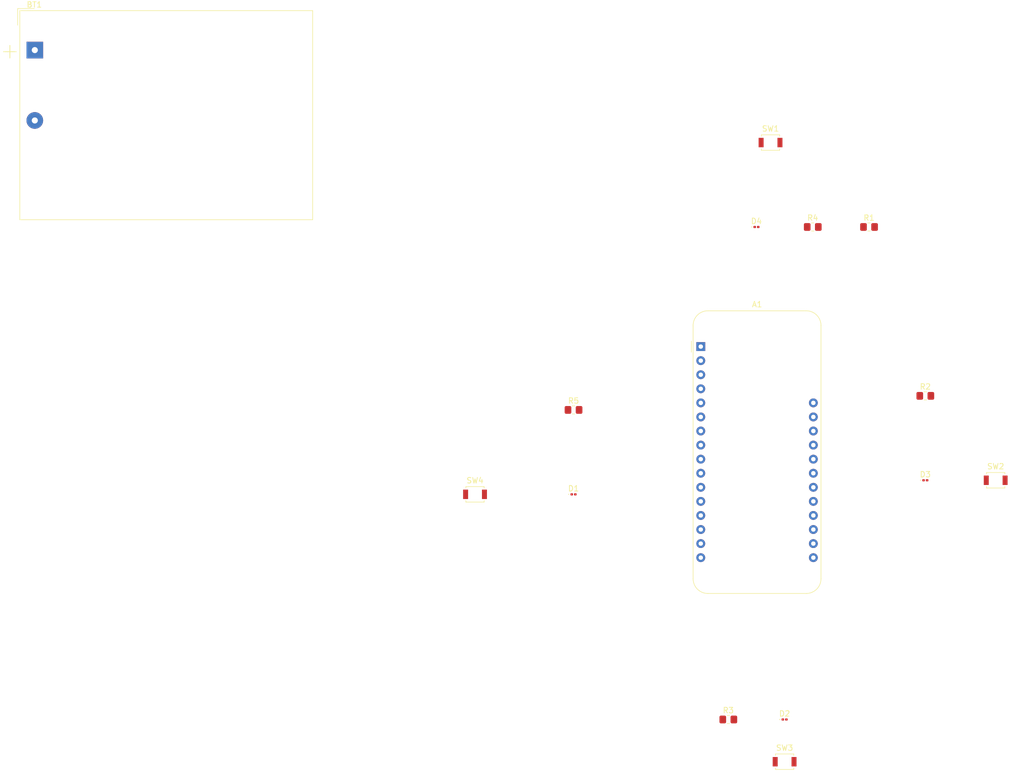
<source format=kicad_pcb>
(kicad_pcb (version 20211014) (generator pcbnew)
  (layers (0 "F.Cu" signal) (31 "B.Cu" signal) (34 "B.Paste" user) (35 "F.Paste" user) (36 "B.SilkS" user "B.Silkscreen") (37 "F.SilkS" user "F.Silkscreen") (38 "B.Mask" user) (39 "F.Mask" user) (44 "Edge.Cuts" user))
  (net 0 "")
  (net 11 "Net-(A1-Pad6)")
  (net 27 "Net-(A1-Pad18)")
  (net 28 "Net-(A1-Pad17)")
  (net 31 "Net-(D1-Pad1)")
  (net 33 "Net-(D2-Pad1)")
  (net 34 "Net-(D3-Pad1)")
  (net 35 "Net-(D4-Pad1)")
  (net 37 "Net-(R1-Pad2)")
  (footprint "Resistor_SMD:R_0805_2012Metric_Pad1.20x1.40mm_HandSolder" (layer "F.Cu") (at 121.92 91.44)
    (fp_text reference "R5" (at 0 -1.65) (layer "F.SilkS"))
    (fp_text value "68")
    (fp_line (start -0.227064 -0.735) (end 0.227064 -0.735) (layer "F.SilkS") (width 0.12))
    (fp_line (start -0.227064 0.735) (end 0.227064 0.735) (layer "F.SilkS") (width 0.12))
    (pad "1" smd roundrect locked (at -1 0) (size 1.2 1.4) (layers "F.Cu" "F.Paste" "F.Mask") (roundrect_rratio 0.208333))
    (pad "2" smd roundrect locked (at 1 0) (size 1.2 1.4) (layers "F.Cu" "F.Paste" "F.Mask") (roundrect_rratio 0.208333) (net 31 "Net-(D1-Pad1)"))
  )
  (footprint "LED_SMD:LED_0201_0603Metric" (layer "F.Cu") (at 121.92 106.68)
    (fp_text reference "D1" (at 0 -1.05) (layer "F.SilkS"))
    (fp_text value "Yellow_LED")
    (fp_circle (center -0.86 0) (end -0.81 0) (layer "F.SilkS") (width 0.1) (fill none))
    (pad "1" smd roundrect locked (at -0.32 0) (size 0.46 0.4) (layers "F.Cu" "F.Mask") (net 31 "Net-(D1-Pad1)"))
    (pad "2" smd roundrect locked (at 0.32 0) (size 0.46 0.4) (layers "F.Cu" "F.Mask"))
  )
  (footprint "Button_Switch_SMD:SW_SPST_B3U-1000P" (layer "F.Cu") (at 157.48 43.18)
    (fp_text reference "SW1" (at 0 -2.5) (layer "F.SilkS"))
    (fp_text value "SW_Push_Blue")
    (fp_line (start -1.65 -1.4) (end 1.65 -1.4) (layer "F.SilkS") (width 0.12))
    (fp_line (start 1.65 1.4) (end 1.65 1.1) (layer "F.SilkS") (width 0.12))
    (fp_line (start 1.65 -1.4) (end 1.65 -1.1) (layer "F.SilkS") (width 0.12))
    (fp_line (start -1.65 1.4) (end 1.65 1.4) (layer "F.SilkS") (width 0.12))
    (fp_line (start -1.65 1.1) (end -1.65 1.4) (layer "F.SilkS") (width 0.12))
    (fp_line (start -1.65 -1.1) (end -1.65 -1.4) (layer "F.SilkS") (width 0.12))
    (pad "1" smd rect locked (at -1.7 0) (size 0.9 1.7) (layers "F.Cu" "F.Paste" "F.Mask"))
    (pad "2" smd rect locked (at 1.7 0) (size 0.9 1.7) (layers "F.Cu" "F.Paste" "F.Mask"))
  )
  (footprint "Resistor_SMD:R_0805_2012Metric_Pad1.20x1.40mm_HandSolder" (layer "F.Cu") (at 165.1 58.42)
    (fp_text reference "R4" (at 0 -1.65) (layer "F.SilkS"))
    (fp_text value "6.8")
    (fp_line (start -0.227064 0.735) (end 0.227064 0.735) (layer "F.SilkS") (width 0.12))
    (fp_line (start -0.227064 -0.735) (end 0.227064 -0.735) (layer "F.SilkS") (width 0.12))
    (pad "1" smd roundrect locked (at -1 0) (size 1.2 1.4) (layers "F.Cu" "F.Paste" "F.Mask") (roundrect_rratio 0.208333) (net 37 "Net-(R1-Pad2)"))
    (pad "2" smd roundrect locked (at 1 0) (size 1.2 1.4) (layers "F.Cu" "F.Paste" "F.Mask") (roundrect_rratio 0.208333) (net 35 "Net-(D4-Pad1)"))
  )
  (footprint "Module:Adafruit_Feather" (layer "F.Cu") (at 144.8875 80.01)
    (fp_text reference "A1" (at 10.16 -7.62) (layer "F.SilkS"))
    (fp_text value "Adafruit_Feather_HUZZAH32_ESP32")
    (fp_line (start 19.05 44.56) (end 1.27 44.56) (layer "F.SilkS") (width 0.12))
    (fp_line (start 19.05 -6.46) (end 1.27 -6.46) (layer "F.SilkS") (width 0.12))
    (fp_line (start -1.7 1) (end -1.7 -1) (layer "F.SilkS") (width 0.12))
    (fp_line (start 21.7 -3.81) (end 21.7 41.91) (layer "F.SilkS") (width 0.12))
    (fp_line (start -1.38 -3.81) (end -1.38 41.91) (layer "F.SilkS") (width 0.12))
    (fp_arc (start -1.38 -3.81) (mid -0.603833 -5.683833) (end 1.27 -6.46) (layer "F.SilkS") (width 0.12))
    (fp_arc (start 21.7 41.91) (mid 20.923833 43.783833) (end 19.05 44.56) (layer "F.SilkS") (width 0.12))
    (fp_arc (start 19.05 -6.46) (mid 20.923833 -5.683833) (end 21.7 -3.81) (layer "F.SilkS") (width 0.12))
    (fp_arc (start 1.27 44.56) (mid -0.603833 43.783833) (end -1.38 41.91) (layer "F.SilkS") (width 0.12))
    (pad "1" thru_hole rect locked (at 0 0 180) (size 1.6 1.6) (drill 0.8) (layers *.Cu *.Mask))
    (pad "2" thru_hole circle locked (at 0 2.54 180) (size 1.6 1.6) (drill 0.8) (layers *.Cu *.Mask))
    (pad "3" thru_hole circle locked (at 0 5.08 180) (size 1.6 1.6) (drill 0.8) (layers *.Cu *.Mask))
    (pad "4" thru_hole circle locked (at 0 7.62 180) (size 1.6 1.6) (drill 0.8) (layers *.Cu *.Mask))
    (pad "5" thru_hole circle locked (at 0 10.16 180) (size 1.6 1.6) (drill 0.8) (layers *.Cu *.Mask))
    (pad "6" thru_hole circle locked (at 0 12.7 180) (size 1.6 1.6) (drill 0.8) (layers *.Cu *.Mask) (net 11 "Net-(A1-Pad6)"))
    (pad "7" thru_hole circle locked (at 0 15.24 180) (size 1.6 1.6) (drill 0.8) (layers *.Cu *.Mask))
    (pad "8" thru_hole circle locked (at 0 17.78 180) (size 1.6 1.6) (drill 0.8) (layers *.Cu *.Mask))
    (pad "9" thru_hole circle locked (at 0 20.32 180) (size 1.6 1.6) (drill 0.8) (layers *.Cu *.Mask))
    (pad "10" thru_hole circle locked (at 0 22.86 180) (size 1.6 1.6) (drill 0.8) (layers *.Cu *.Mask))
    (pad "11" thru_hole circle locked (at 0 25.4 180) (size 1.6 1.6) (drill 0.8) (layers *.Cu *.Mask))
    (pad "12" thru_hole circle locked (at 0 27.94 180) (size 1.6 1.6) (drill 0.8) (layers *.Cu *.Mask))
    (pad "13" thru_hole circle locked (at 0 30.48 180) (size 1.6 1.6) (drill 0.8) (layers *.Cu *.Mask))
    (pad "14" thru_hole circle locked (at 0 33.02 180) (size 1.6 1.6) (drill 0.8) (layers *.Cu *.Mask))
    (pad "15" thru_hole circle locked (at 0 35.56 180) (size 1.6 1.6) (drill 0.8) (layers *.Cu *.Mask))
    (pad "16" thru_hole circle locked (at 0 38.1 180) (size 1.6 1.6) (drill 0.8) (layers *.Cu *.Mask))
    (pad "17" thru_hole circle locked (at 20.32 38.1 180) (size 1.6 1.6) (drill 0.8) (layers *.Cu *.Mask) (net 28 "Net-(A1-Pad17)"))
    (pad "18" thru_hole circle locked (at 20.32 35.56 180) (size 1.6 1.6) (drill 0.8) (layers *.Cu *.Mask) (net 27 "Net-(A1-Pad18)"))
    (pad "19" thru_hole circle locked (at 20.32 33.02 180) (size 1.6 1.6) (drill 0.8) (layers *.Cu *.Mask))
    (pad "20" thru_hole circle locked (at 20.32 30.48 180) (size 1.6 1.6) (drill 0.8) (layers *.Cu *.Mask))
    (pad "21" thru_hole circle locked (at 20.32 27.94 180) (size 1.6 1.6) (drill 0.8) (layers *.Cu *.Mask))
    (pad "22" thru_hole circle locked (at 20.32 25.4 180) (size 1.6 1.6) (drill 0.8) (layers *.Cu *.Mask))
    (pad "23" thru_hole circle locked (at 20.32 22.86 180) (size 1.6 1.6) (drill 0.8) (layers *.Cu *.Mask))
    (pad "24" thru_hole circle locked (at 20.32 20.32 180) (size 1.6 1.6) (drill 0.8) (layers *.Cu *.Mask))
    (pad "25" thru_hole circle locked (at 20.32 17.78 180) (size 1.6 1.6) (drill 0.8) (layers *.Cu *.Mask))
    (pad "26" thru_hole circle locked (at 20.32 15.24 180) (size 1.6 1.6) (drill 0.8) (layers *.Cu *.Mask))
    (pad "27" thru_hole circle locked (at 20.32 12.7 180) (size 1.6 1.6) (drill 0.8) (layers *.Cu *.Mask))
    (pad "28" thru_hole circle locked (at 20.32 10.16 180) (size 1.6 1.6) (drill 0.8) (layers *.Cu *.Mask))
  )
  (footprint "Button_Switch_SMD:SW_SPST_B3U-1000P" (layer "F.Cu") (at 198.12 104.14)
    (fp_text reference "SW2" (at 0 -2.5) (layer "F.SilkS"))
    (fp_text value "SW_Push_Red")
    (fp_line (start 1.65 1.4) (end 1.65 1.1) (layer "F.SilkS") (width 0.12))
    (fp_line (start -1.65 1.1) (end -1.65 1.4) (layer "F.SilkS") (width 0.12))
    (fp_line (start 1.65 -1.4) (end 1.65 -1.1) (layer "F.SilkS") (width 0.12))
    (fp_line (start -1.65 -1.1) (end -1.65 -1.4) (layer "F.SilkS") (width 0.12))
    (fp_line (start -1.65 1.4) (end 1.65 1.4) (layer "F.SilkS") (width 0.12))
    (fp_line (start -1.65 -1.4) (end 1.65 -1.4) (layer "F.SilkS") (width 0.12))
    (pad "1" smd rect locked (at -1.7 0) (size 0.9 1.7) (layers "F.Cu" "F.Paste" "F.Mask"))
    (pad "2" smd rect locked (at 1.7 0) (size 0.9 1.7) (layers "F.Cu" "F.Paste" "F.Mask"))
  )
  (footprint "Resistor_SMD:R_0805_2012Metric_Pad1.20x1.40mm_HandSolder" (layer "F.Cu") (at 149.86 147.32)
    (fp_text reference "R3" (at 0 -1.65) (layer "F.SilkS"))
    (fp_text value "68")
    (fp_line (start -0.227064 -0.735) (end 0.227064 -0.735) (layer "F.SilkS") (width 0.12))
    (fp_line (start -0.227064 0.735) (end 0.227064 0.735) (layer "F.SilkS") (width 0.12))
    (pad "1" smd roundrect locked (at -1 0) (size 1.2 1.4) (layers "F.Cu" "F.Paste" "F.Mask") (roundrect_rratio 0.208333))
    (pad "2" smd roundrect locked (at 1 0) (size 1.2 1.4) (layers "F.Cu" "F.Paste" "F.Mask") (roundrect_rratio 0.208333) (net 33 "Net-(D2-Pad1)"))
  )
  (footprint "Button_Switch_SMD:SW_SPST_B3U-1000P" (layer "F.Cu") (at 104.14 106.68)
    (fp_text reference "SW4" (at 0 -2.5) (layer "F.SilkS"))
    (fp_text value "SW_Push_Yellow")
    (fp_line (start -1.65 -1.4) (end 1.65 -1.4) (layer "F.SilkS") (width 0.12))
    (fp_line (start -1.65 1.4) (end 1.65 1.4) (layer "F.SilkS") (width 0.12))
    (fp_line (start -1.65 1.1) (end -1.65 1.4) (layer "F.SilkS") (width 0.12))
    (fp_line (start -1.65 -1.1) (end -1.65 -1.4) (layer "F.SilkS") (width 0.12))
    (fp_line (start 1.65 1.4) (end 1.65 1.1) (layer "F.SilkS") (width 0.12))
    (fp_line (start 1.65 -1.4) (end 1.65 -1.1) (layer "F.SilkS") (width 0.12))
    (pad "1" smd rect locked (at -1.7 0) (size 0.9 1.7) (layers "F.Cu" "F.Paste" "F.Mask"))
    (pad "2" smd rect locked (at 1.7 0) (size 0.9 1.7) (layers "F.Cu" "F.Paste" "F.Mask"))
  )
  (footprint "LED_SMD:LED_0201_0603Metric" (layer "F.Cu") (at 154.94 58.42)
    (fp_text reference "D4" (at 0 -1.05) (layer "F.SilkS"))
    (fp_text value "Blue_LED")
    (fp_circle (center -0.86 0) (end -0.81 0) (layer "F.SilkS") (width 0.1) (fill none))
    (pad "1" smd roundrect locked (at -0.32 0) (size 0.46 0.4) (layers "F.Cu" "F.Mask") (net 35 "Net-(D4-Pad1)"))
    (pad "2" smd roundrect locked (at 0.32 0) (size 0.46 0.4) (layers "F.Cu" "F.Mask") (net 11 "Net-(A1-Pad6)"))
  )
  (footprint "LED_SMD:LED_0201_0603Metric" (layer "F.Cu") (at 160.02 147.32)
    (fp_text reference "D2" (at 0 -1.05) (layer "F.SilkS"))
    (fp_text value "Orange_LED")
    (fp_circle (center -0.86 0) (end -0.81 0) (layer "F.SilkS") (width 0.1) (fill none))
    (pad "1" smd roundrect locked (at -0.32 0) (size 0.46 0.4) (layers "F.Cu" "F.Mask") (net 33 "Net-(D2-Pad1)"))
    (pad "2" smd roundrect locked (at 0.32 0) (size 0.46 0.4) (layers "F.Cu" "F.Mask") (net 28 "Net-(A1-Pad17)"))
  )
  (footprint "Button_Switch_SMD:SW_SPST_B3U-1000P" (layer "F.Cu") (at 160.02 154.94)
    (fp_text reference "SW3" (at 0 -2.5) (layer "F.SilkS"))
    (fp_text value "SW_Push_Orange")
    (fp_line (start -1.65 -1.4) (end 1.65 -1.4) (layer "F.SilkS") (width 0.12))
    (fp_line (start -1.65 -1.1) (end -1.65 -1.4) (layer "F.SilkS") (width 0.12))
    (fp_line (start 1.65 -1.4) (end 1.65 -1.1) (layer "F.SilkS") (width 0.12))
    (fp_line (start -1.65 1.1) (end -1.65 1.4) (layer "F.SilkS") (width 0.12))
    (fp_line (start -1.65 1.4) (end 1.65 1.4) (layer "F.SilkS") (width 0.12))
    (fp_line (start 1.65 1.4) (end 1.65 1.1) (layer "F.SilkS") (width 0.12))
    (pad "1" smd rect locked (at -1.7 0) (size 0.9 1.7) (layers "F.Cu" "F.Paste" "F.Mask"))
    (pad "2" smd rect locked (at 1.7 0) (size 0.9 1.7) (layers "F.Cu" "F.Paste" "F.Mask"))
  )
  (footprint "Resistor_SMD:R_0805_2012Metric_Pad1.20x1.40mm_HandSolder" (layer "F.Cu") (at 175.26 58.42)
    (fp_text reference "R1" (at 0 -1.65) (layer "F.SilkS"))
    (fp_text value "6.8")
    (fp_line (start -0.227064 0.735) (end 0.227064 0.735) (layer "F.SilkS") (width 0.12))
    (fp_line (start -0.227064 -0.735) (end 0.227064 -0.735) (layer "F.SilkS") (width 0.12))
    (pad "1" smd roundrect locked (at -1 0) (size 1.2 1.4) (layers "F.Cu" "F.Paste" "F.Mask") (roundrect_rratio 0.208333))
    (pad "2" smd roundrect locked (at 1 0) (size 1.2 1.4) (layers "F.Cu" "F.Paste" "F.Mask") (roundrect_rratio 0.208333) (net 37 "Net-(R1-Pad2)"))
  )
  (footprint "Battery:BatteryHolder_Keystone_2479_3xAAA" (layer "F.Cu") (at 24.6775 26.4925)
    (fp_text reference "BT1" (at -0.09 -8.195) (layer "F.SilkS"))
    (fp_text value "Battery_Cell")
    (fp_text user "+" (at -4.5 0.05) (layer "F.SilkS") (effects (font (size 3 3))))
    (fp_line (start -2.71 -7.12) (end -2.71 30.62) (layer "F.SilkS") (width 0.12))
    (fp_line (start -2.71 30.62) (end 50.16 30.62) (layer "F.SilkS") (width 0.12))
    (fp_line (start -3.09 -4.5) (end -3.09 -7.5) (layer "F.SilkS") (width 0.12))
    (fp_line (start 50.16 -7.12) (end 50.16 30.62) (layer "F.SilkS") (width 0.12))
    (fp_line (start -2.71 -7.12) (end 50.16 -7.12) (layer "F.SilkS") (width 0.12))
    (fp_line (start -3.09 -7.5) (end -0.09 -7.5) (layer "F.SilkS") (width 0.12))
    (pad "" np_thru_hole circle locked (at 23.72 0) (size 3.45 3.45) (drill 3.45) (layers *.Cu *.Mask))
    (pad "" np_thru_hole circle locked (at 23.72 23.5) (size 3.45 3.45) (drill 3.45) (layers *.Cu *.Mask))
    (pad "1" thru_hole rect locked (at 0 0) (size 3 3) (drill 1.1) (layers *.Cu *.Mask))
    (pad "2" thru_hole circle locked (at 0 12.7) (size 3 3) (drill 1.1) (layers *.Cu *.Mask))
  )
  (footprint "Resistor_SMD:R_0805_2012Metric_Pad1.20x1.40mm_HandSolder" (layer "F.Cu") (at 185.42 88.9)
    (fp_text reference "R2" (at 0 -1.65) (layer "F.SilkS"))
    (fp_text value "68")
    (fp_line (start -0.227064 0.735) (end 0.227064 0.735) (layer "F.SilkS") (width 0.12))
    (fp_line (start -0.227064 -0.735) (end 0.227064 -0.735) (layer "F.SilkS") (width 0.12))
    (pad "1" smd roundrect locked (at -1 0) (size 1.2 1.4) (layers "F.Cu" "F.Paste" "F.Mask") (roundrect_rratio 0.208333))
    (pad "2" smd roundrect locked (at 1 0) (size 1.2 1.4) (layers "F.Cu" "F.Paste" "F.Mask") (roundrect_rratio 0.208333) (net 34 "Net-(D3-Pad1)"))
  )
  (footprint "LED_SMD:LED_0201_0603Metric" (layer "F.Cu") (at 185.42 104.14)
    (fp_text reference "D3" (at 0 -1.05) (layer "F.SilkS"))
    (fp_text value "Red_LED")
    (fp_circle (center -0.86 0) (end -0.81 0) (layer "F.SilkS") (width 0.1) (fill none))
    (pad "1" smd roundrect locked (at -0.32 0) (size 0.46 0.4) (layers "F.Cu" "F.Mask") (net 34 "Net-(D3-Pad1)"))
    (pad "2" smd roundrect locked (at 0.32 0) (size 0.46 0.4) (layers "F.Cu" "F.Mask") (net 27 "Net-(A1-Pad18)"))
  )
)
</source>
